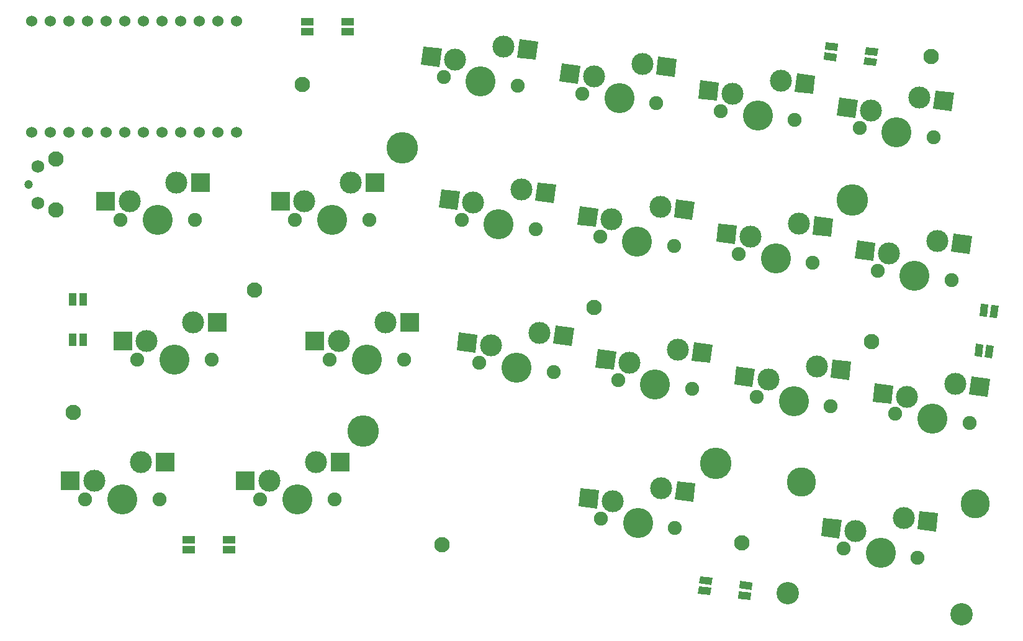
<source format=gbr>
%TF.GenerationSoftware,KiCad,Pcbnew,(5.1.9-0-10_14)*%
%TF.CreationDate,2021-04-30T13:47:16+09:00*%
%TF.ProjectId,seiren-pad,73656972-656e-42d7-9061-642e6b696361,rev?*%
%TF.SameCoordinates,Original*%
%TF.FileFunction,Soldermask,Bot*%
%TF.FilePolarity,Negative*%
%FSLAX46Y46*%
G04 Gerber Fmt 4.6, Leading zero omitted, Abs format (unit mm)*
G04 Created by KiCad (PCBNEW (5.1.9-0-10_14)) date 2021-04-30 13:47:16*
%MOMM*%
%LPD*%
G01*
G04 APERTURE LIST*
%ADD10R,1.000000X1.700000*%
%ADD11C,3.987800*%
%ADD12C,3.048000*%
%ADD13C,4.300000*%
%ADD14C,3.000000*%
%ADD15C,0.100000*%
%ADD16C,1.900000*%
%ADD17C,4.100000*%
%ADD18C,2.100000*%
%ADD19R,2.550000X2.500000*%
%ADD20R,1.700000X1.000000*%
%ADD21C,1.200000*%
%ADD22C,1.750000*%
%ADD23C,1.524000*%
G04 APERTURE END LIST*
D10*
%TO.C,LED6*%
X101894640Y-63025920D03*
X100494640Y-63025920D03*
X101894640Y-57525920D03*
X100494640Y-57525920D03*
%TD*%
D11*
%TO.C,Ref\u002A\u002A*%
X199849675Y-82428662D03*
X223547707Y-85338415D03*
D12*
X197992387Y-97555066D03*
X221690419Y-100464818D03*
%TD*%
D13*
%TO.C,Ref\u002A\u002A*%
X140052445Y-75436352D03*
%TD*%
%TO.C,Ref\u002A\u002A*%
X145389600Y-36855400D03*
%TD*%
%TO.C,Ref\u002A\u002A*%
X188185445Y-79881352D03*
%TD*%
%TO.C,Ref\u002A\u002A*%
X206829045Y-43965752D03*
%TD*%
D14*
%TO.C,SW14*%
X183055612Y-64363977D03*
X176443396Y-66111174D03*
D15*
G36*
X187750833Y-63681090D02*
G01*
X187446160Y-66162455D01*
X184915167Y-65851688D01*
X185219840Y-63370323D01*
X187750833Y-63681090D01*
G37*
D16*
X174873315Y-68477467D03*
X184957583Y-69715659D03*
D17*
X179915449Y-69096563D03*
D15*
G36*
X174610641Y-64626752D02*
G01*
X174305968Y-67108117D01*
X171774975Y-66797350D01*
X172079648Y-64315985D01*
X174610641Y-64626752D01*
G37*
%TD*%
D14*
%TO.C,SW13*%
X164147608Y-62042366D03*
X157535392Y-63789563D03*
D15*
G36*
X168842829Y-61359479D02*
G01*
X168538156Y-63840844D01*
X166007163Y-63530077D01*
X166311836Y-61048712D01*
X168842829Y-61359479D01*
G37*
D16*
X155965311Y-66155856D03*
X166049579Y-67394048D03*
D17*
X161007445Y-66774952D03*
D15*
G36*
X155702637Y-62305141D02*
G01*
X155397964Y-64786506D01*
X152866971Y-64475739D01*
X153171644Y-61994374D01*
X155702637Y-62305141D01*
G37*
%TD*%
D18*
%TO.C,*%
X100543360Y-72938640D03*
%TD*%
D14*
%TO.C,SW8*%
X180612406Y-44870926D03*
X174000190Y-46618123D03*
D15*
G36*
X185307627Y-44188039D02*
G01*
X185002954Y-46669404D01*
X182471961Y-46358637D01*
X182776634Y-43877272D01*
X185307627Y-44188039D01*
G37*
D16*
X172430109Y-48984416D03*
X182514377Y-50222608D03*
D17*
X177472243Y-49603512D03*
D15*
G36*
X172167435Y-45133701D02*
G01*
X171862762Y-47615066D01*
X169331769Y-47304299D01*
X169636442Y-44822934D01*
X172167435Y-45133701D01*
G37*
%TD*%
D14*
%TO.C,SW9*%
X199520411Y-47192537D03*
X192908195Y-48939734D03*
D15*
G36*
X204215632Y-46509650D02*
G01*
X203910959Y-48991015D01*
X201379966Y-48680248D01*
X201684639Y-46198883D01*
X204215632Y-46509650D01*
G37*
D16*
X191338114Y-51306027D03*
X201422382Y-52544219D03*
D17*
X196380248Y-51925123D03*
D15*
G36*
X191075440Y-47455312D02*
G01*
X190770767Y-49936677D01*
X188239774Y-49625910D01*
X188544447Y-47144545D01*
X191075440Y-47455312D01*
G37*
%TD*%
D18*
%TO.C,*%
X191719200Y-90678000D03*
%TD*%
D14*
%TO.C,SW5*%
X114569240Y-41574720D03*
X108219240Y-44114720D03*
D19*
X117871240Y-41574720D03*
D16*
X106949240Y-46654720D03*
X117109240Y-46654720D03*
D17*
X112029240Y-46654720D03*
D19*
X104944240Y-44114720D03*
%TD*%
D14*
%TO.C,SW4*%
X215985209Y-30021098D03*
X209372993Y-31768295D03*
D15*
G36*
X220680430Y-29338211D02*
G01*
X220375757Y-31819576D01*
X217844764Y-31508809D01*
X218149437Y-29027444D01*
X220680430Y-29338211D01*
G37*
D16*
X207802912Y-34134588D03*
X217887180Y-35372780D03*
D17*
X212845046Y-34753684D03*
D15*
G36*
X207540238Y-30283873D02*
G01*
X207235565Y-32765238D01*
X204704572Y-32454471D01*
X205009245Y-29973106D01*
X207540238Y-30283873D01*
G37*
%TD*%
D14*
%TO.C,SW10*%
X218428415Y-49514148D03*
X211816199Y-51261345D03*
D15*
G36*
X223123636Y-48831261D02*
G01*
X222818963Y-51312626D01*
X220287970Y-51001859D01*
X220592643Y-48520494D01*
X223123636Y-48831261D01*
G37*
D16*
X210246118Y-53627638D03*
X220330386Y-54865830D03*
D17*
X215288252Y-54246734D03*
D15*
G36*
X209983444Y-49776923D02*
G01*
X209678771Y-52258288D01*
X207147778Y-51947521D01*
X207452451Y-49466156D01*
X209983444Y-49776923D01*
G37*
%TD*%
D14*
%TO.C,SW12*%
X143106140Y-60624720D03*
X136756140Y-63164720D03*
D19*
X146408140Y-60624720D03*
D16*
X135486140Y-65704720D03*
X145646140Y-65704720D03*
D17*
X140566140Y-65704720D03*
D19*
X133481140Y-63164720D03*
%TD*%
D14*
%TO.C,SW6*%
X138419840Y-41574720D03*
X132069840Y-44114720D03*
D19*
X141721840Y-41574720D03*
D16*
X130799840Y-46654720D03*
X140959840Y-46654720D03*
D17*
X135879840Y-46654720D03*
D19*
X128794840Y-44114720D03*
%TD*%
D18*
%TO.C,*%
X150876000Y-90932000D03*
%TD*%
D14*
%TO.C,SW7*%
X161704402Y-42549315D03*
X155092186Y-44296512D03*
D15*
G36*
X166399623Y-41866428D02*
G01*
X166094950Y-44347793D01*
X163563957Y-44037026D01*
X163868630Y-41555661D01*
X166399623Y-41866428D01*
G37*
D16*
X153522105Y-46662805D03*
X163606373Y-47900997D03*
D17*
X158564239Y-47281901D03*
D15*
G36*
X153259431Y-42812090D02*
G01*
X152954758Y-45293455D01*
X150423765Y-44982688D01*
X150728438Y-42501323D01*
X153259431Y-42812090D01*
G37*
%TD*%
D14*
%TO.C,SW11*%
X116912390Y-60624720D03*
X110562390Y-63164720D03*
D19*
X120214390Y-60624720D03*
D16*
X109292390Y-65704720D03*
X119452390Y-65704720D03*
D17*
X114372390Y-65704720D03*
D19*
X107287390Y-63164720D03*
%TD*%
D14*
%TO.C,SW15*%
X201963617Y-66685588D03*
X195351401Y-68432785D03*
D15*
G36*
X206658838Y-66002701D02*
G01*
X206354165Y-68484066D01*
X203823172Y-68173299D01*
X204127845Y-65691934D01*
X206658838Y-66002701D01*
G37*
D16*
X193781320Y-70799078D03*
X203865588Y-72037270D03*
D17*
X198823454Y-71418174D03*
D15*
G36*
X193518646Y-66948363D02*
G01*
X193213973Y-69429728D01*
X190682980Y-69118961D01*
X190987653Y-66637596D01*
X193518646Y-66948363D01*
G37*
%TD*%
D18*
%TO.C,*%
X217522445Y-24382352D03*
%TD*%
D20*
%TO.C,LED1*%
X132462840Y-21041720D03*
X132462840Y-19641720D03*
X137962840Y-21041720D03*
X137962840Y-19641720D03*
%TD*%
D18*
%TO.C,*%
X131790440Y-28178760D03*
%TD*%
D15*
%TO.C,LED4*%
G36*
X187549824Y-96819552D02*
G01*
X187427955Y-97812098D01*
X185740626Y-97604920D01*
X185862495Y-96612374D01*
X187549824Y-96819552D01*
G37*
G36*
X187720441Y-95429987D02*
G01*
X187598572Y-96422533D01*
X185911243Y-96215355D01*
X186033112Y-95222809D01*
X187720441Y-95429987D01*
G37*
G36*
X193008827Y-97489833D02*
G01*
X192886958Y-98482379D01*
X191199629Y-98275201D01*
X191321498Y-97282655D01*
X193008827Y-97489833D01*
G37*
G36*
X193179444Y-96100268D02*
G01*
X193057575Y-97092814D01*
X191370246Y-96885636D01*
X191492115Y-95893090D01*
X193179444Y-96100268D01*
G37*
%TD*%
D20*
%TO.C,LED5*%
X116340440Y-91652320D03*
X116340440Y-90252320D03*
X121840440Y-91652320D03*
X121840440Y-90252320D03*
%TD*%
D15*
%TO.C,LED2*%
G36*
X204708629Y-24041078D02*
G01*
X204586760Y-25033624D01*
X202899431Y-24826446D01*
X203021300Y-23833900D01*
X204708629Y-24041078D01*
G37*
G36*
X204879246Y-22651513D02*
G01*
X204757377Y-23644059D01*
X203070048Y-23436881D01*
X203191917Y-22444335D01*
X204879246Y-22651513D01*
G37*
G36*
X210167632Y-24711359D02*
G01*
X210045763Y-25703905D01*
X208358434Y-25496727D01*
X208480303Y-24504181D01*
X210167632Y-24711359D01*
G37*
G36*
X210338249Y-23321794D02*
G01*
X210216380Y-24314340D01*
X208529051Y-24107162D01*
X208650920Y-23114616D01*
X210338249Y-23321794D01*
G37*
%TD*%
%TO.C,LED3*%
G36*
X225088045Y-63702173D02*
G01*
X226080591Y-63824042D01*
X225873413Y-65511371D01*
X224880867Y-65389502D01*
X225088045Y-63702173D01*
G37*
G36*
X223698480Y-63531556D02*
G01*
X224691026Y-63653425D01*
X224483848Y-65340754D01*
X223491302Y-65218885D01*
X223698480Y-63531556D01*
G37*
G36*
X225758326Y-58243170D02*
G01*
X226750872Y-58365039D01*
X226543694Y-60052368D01*
X225551148Y-59930499D01*
X225758326Y-58243170D01*
G37*
G36*
X224368761Y-58072553D02*
G01*
X225361307Y-58194422D01*
X225154129Y-59881751D01*
X224161583Y-59759882D01*
X224368761Y-58072553D01*
G37*
%TD*%
D21*
%TO.C,SW21*%
X94487040Y-41843320D03*
D18*
X98187040Y-45343320D03*
D22*
X95697040Y-44343320D03*
X95697040Y-39343320D03*
D18*
X98187040Y-38333320D03*
%TD*%
D14*
%TO.C,SW20*%
X213823009Y-87334800D03*
X207210793Y-89081997D03*
D15*
G36*
X218518230Y-86651913D02*
G01*
X218213557Y-89133278D01*
X215682564Y-88822511D01*
X215987237Y-86341146D01*
X218518230Y-86651913D01*
G37*
D16*
X205640712Y-91448290D03*
X215724980Y-92686482D03*
D17*
X210682846Y-92067386D03*
D15*
G36*
X205378038Y-87597575D02*
G01*
X205073365Y-90078940D01*
X202542372Y-89768173D01*
X202847045Y-87286808D01*
X205378038Y-87597575D01*
G37*
%TD*%
D23*
%TO.C,U1*%
X94856240Y-34756120D03*
X97396240Y-34756120D03*
X99936240Y-34756120D03*
X102476240Y-34756120D03*
X105016240Y-34756120D03*
X107556240Y-34756120D03*
X110096240Y-34756120D03*
X112636240Y-34756120D03*
X115176240Y-34756120D03*
X117716240Y-34756120D03*
X120256240Y-34756120D03*
X122796240Y-34756120D03*
X122796240Y-19536120D03*
X120256240Y-19536120D03*
X117716240Y-19536120D03*
X115176240Y-19536120D03*
X112636240Y-19536120D03*
X110096240Y-19536120D03*
X107556240Y-19536120D03*
X105016240Y-19536120D03*
X102476240Y-19536120D03*
X99936240Y-19536120D03*
X97396240Y-19536120D03*
X94856240Y-19536120D03*
%TD*%
D14*
%TO.C,SW18*%
X133619240Y-79674720D03*
X127269240Y-82214720D03*
D19*
X136921240Y-79674720D03*
D16*
X125999240Y-84754720D03*
X136159240Y-84754720D03*
D17*
X131079240Y-84754720D03*
D19*
X123994240Y-82214720D03*
%TD*%
D14*
%TO.C,SW19*%
X180734001Y-83271981D03*
X174121785Y-85019178D03*
D15*
G36*
X185429222Y-82589094D02*
G01*
X185124549Y-85070459D01*
X182593556Y-84759692D01*
X182898229Y-82278327D01*
X185429222Y-82589094D01*
G37*
D16*
X172551704Y-87385471D03*
X182635972Y-88623663D03*
D17*
X177593838Y-88004567D03*
D15*
G36*
X172289030Y-83534756D02*
G01*
X171984357Y-86016121D01*
X169453364Y-85705354D01*
X169758037Y-83223989D01*
X172289030Y-83534756D01*
G37*
%TD*%
D14*
%TO.C,SW16*%
X220871621Y-69007199D03*
X214259405Y-70754396D03*
D15*
G36*
X225566842Y-68324312D02*
G01*
X225262169Y-70805677D01*
X222731176Y-70494910D01*
X223035849Y-68013545D01*
X225566842Y-68324312D01*
G37*
D16*
X212689324Y-73120689D03*
X222773592Y-74358881D03*
D17*
X217731458Y-73739785D03*
D15*
G36*
X212426650Y-69269974D02*
G01*
X212121977Y-71751339D01*
X209590984Y-71440572D01*
X209895657Y-68959207D01*
X212426650Y-69269974D01*
G37*
%TD*%
D14*
%TO.C,SW17*%
X109768640Y-79674720D03*
X103418640Y-82214720D03*
D19*
X113070640Y-79674720D03*
D16*
X102148640Y-84754720D03*
X112308640Y-84754720D03*
D17*
X107228640Y-84754720D03*
D19*
X100143640Y-82214720D03*
%TD*%
D14*
%TO.C,SW1*%
X159261196Y-23056265D03*
X152648980Y-24803462D03*
D15*
G36*
X163956417Y-22373378D02*
G01*
X163651744Y-24854743D01*
X161120751Y-24543976D01*
X161425424Y-22062611D01*
X163956417Y-22373378D01*
G37*
D16*
X151078899Y-27169755D03*
X161163167Y-28407947D03*
D17*
X156121033Y-27788851D03*
D15*
G36*
X150816225Y-23319040D02*
G01*
X150511552Y-25800405D01*
X147980559Y-25489638D01*
X148285232Y-23008273D01*
X150816225Y-23319040D01*
G37*
%TD*%
D18*
%TO.C,*%
X125318520Y-56255920D03*
%TD*%
D14*
%TO.C,SW2*%
X178169200Y-25377876D03*
X171556984Y-27125073D03*
D15*
G36*
X182864421Y-24694989D02*
G01*
X182559748Y-27176354D01*
X180028755Y-26865587D01*
X180333428Y-24384222D01*
X182864421Y-24694989D01*
G37*
D16*
X169986903Y-29491366D03*
X180071171Y-30729558D03*
D17*
X175029037Y-30110462D03*
D15*
G36*
X169724229Y-25640651D02*
G01*
X169419556Y-28122016D01*
X166888563Y-27811249D01*
X167193236Y-25329884D01*
X169724229Y-25640651D01*
G37*
%TD*%
D18*
%TO.C,*%
X171551600Y-58597800D03*
%TD*%
D14*
%TO.C,SW3*%
X197077205Y-27699487D03*
X190464989Y-29446684D03*
D15*
G36*
X201772426Y-27016600D02*
G01*
X201467753Y-29497965D01*
X198936760Y-29187198D01*
X199241433Y-26705833D01*
X201772426Y-27016600D01*
G37*
D16*
X188894908Y-31812977D03*
X198979176Y-33051169D03*
D17*
X193937042Y-32432073D03*
D15*
G36*
X188632234Y-27962262D02*
G01*
X188327561Y-30443627D01*
X185796568Y-30132860D01*
X186101241Y-27651495D01*
X188632234Y-27962262D01*
G37*
%TD*%
D18*
%TO.C,*%
X209473800Y-63246000D03*
%TD*%
M02*

</source>
